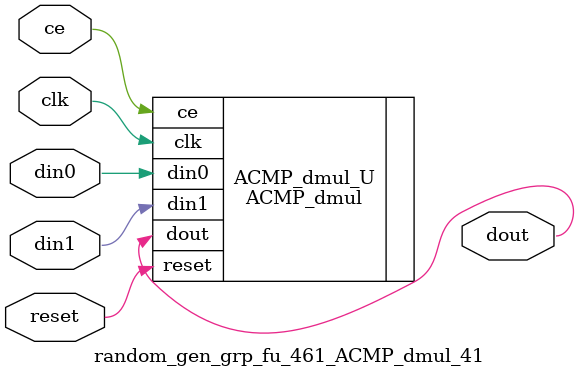
<source format=v>

`timescale 1 ns / 1 ps
module random_gen_grp_fu_461_ACMP_dmul_41(
    clk,
    reset,
    ce,
    din0,
    din1,
    dout);

parameter ID = 32'd1;
parameter NUM_STAGE = 32'd1;
parameter din0_WIDTH = 32'd1;
parameter din1_WIDTH = 32'd1;
parameter dout_WIDTH = 32'd1;
input clk;
input reset;
input ce;
input[din0_WIDTH - 1:0] din0;
input[din1_WIDTH - 1:0] din1;
output[dout_WIDTH - 1:0] dout;



ACMP_dmul #(
.ID( ID ),
.NUM_STAGE( 7 ),
.din0_WIDTH( din0_WIDTH ),
.din1_WIDTH( din1_WIDTH ),
.dout_WIDTH( dout_WIDTH ))
ACMP_dmul_U(
    .clk( clk ),
    .reset( reset ),
    .ce( ce ),
    .din0( din0 ),
    .din1( din1 ),
    .dout( dout ));

endmodule

</source>
